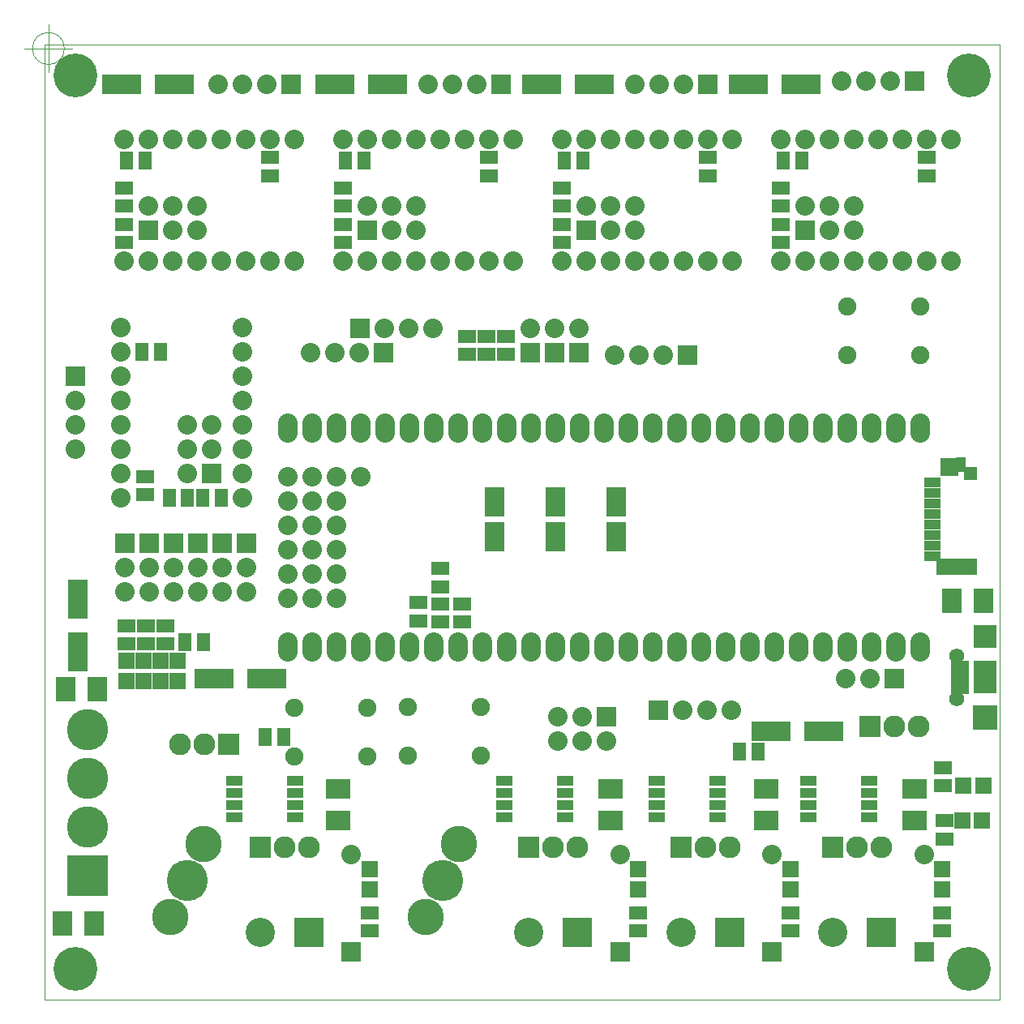
<source format=gts>
G04 #@! TF.FileFunction,Soldermask,Top*
%FSLAX46Y46*%
G04 Gerber Fmt 4.6, Leading zero omitted, Abs format (unit mm)*
G04 Created by KiCad (PCBNEW (after 2015-may-25 BZR unknown)-product) date 31/07/2015 1:32:04 PM*
%MOMM*%
G01*
G04 APERTURE LIST*
%ADD10C,0.150000*%
%ADD11C,0.025400*%
%ADD12C,2.032000*%
%ADD13O,2.032000X3.048000*%
%ADD14C,2.286000*%
%ADD15R,2.286000X2.286000*%
%ADD16C,1.905000*%
%ADD17R,1.905000X1.397000*%
%ADD18R,1.397000X1.905000*%
%ADD19R,2.032000X2.032000*%
%ADD20R,1.706880X1.706880*%
%ADD21R,4.107180X2.108200*%
%ADD22R,2.108200X4.107180*%
%ADD23R,2.108200X3.108960*%
%ADD24C,4.318000*%
%ADD25R,4.318000X4.318000*%
%ADD26R,3.048000X3.048000*%
%ADD27C,3.048000*%
%ADD28C,4.572000*%
%ADD29R,2.032000X2.540000*%
%ADD30R,1.651000X1.016000*%
%ADD31R,2.540000X2.032000*%
%ADD32R,1.758000X1.108000*%
%ADD33R,1.108000X1.508000*%
%ADD34R,1.908000X1.958000*%
%ADD35R,4.298000X1.708000*%
%ADD36R,1.358000X1.458000*%
%ADD37R,2.407920X3.408680*%
%ADD38R,2.608580X2.608580*%
%ADD39R,2.407920X2.407920*%
%ADD40C,1.557020*%
%ADD41R,1.856740X0.906780*%
%ADD42C,3.810000*%
%ADD43C,4.292600*%
G04 APERTURE END LIST*
D10*
D11*
X73806666Y-54360000D02*
G75*
G03X73806666Y-54360000I-1666666J0D01*
G01*
X69640000Y-54360000D02*
X74640000Y-54360000D01*
X72140000Y-51860000D02*
X72140000Y-56860000D01*
X73806666Y-54360000D02*
G75*
G03X73806666Y-54360000I-1666666J0D01*
G01*
X69640000Y-54360000D02*
X74640000Y-54360000D01*
X72140000Y-51860000D02*
X72140000Y-56860000D01*
X73806666Y-54360000D02*
G75*
G03X73806666Y-54360000I-1666666J0D01*
G01*
X69640000Y-54360000D02*
X74640000Y-54360000D01*
X72140000Y-51860000D02*
X72140000Y-56860000D01*
X73806666Y-54360000D02*
G75*
G03X73806666Y-54360000I-1666666J0D01*
G01*
X69640000Y-54360000D02*
X74640000Y-54360000D01*
X72140000Y-51860000D02*
X72140000Y-56860000D01*
X73806666Y-54360000D02*
G75*
G03X73806666Y-54360000I-1666666J0D01*
G01*
X69640000Y-54360000D02*
X74640000Y-54360000D01*
X72140000Y-51860000D02*
X72140000Y-56860000D01*
X71755000Y-53975000D02*
X71755000Y-153670000D01*
X171450000Y-53975000D02*
X71755000Y-53975000D01*
X171450000Y-153670000D02*
X171450000Y-53975000D01*
X71755000Y-153670000D02*
X171450000Y-153670000D01*
D12*
X104775000Y-99060000D03*
X102235000Y-101600000D03*
X102235000Y-106680000D03*
X102235000Y-104140000D03*
X102235000Y-109220000D03*
X102235000Y-99060000D03*
X102235000Y-111760000D03*
X99695000Y-111760000D03*
X99695000Y-99060000D03*
X99695000Y-109220000D03*
X99695000Y-104140000D03*
X99695000Y-106680000D03*
X99695000Y-101600000D03*
X97155000Y-101600000D03*
X97155000Y-106680000D03*
X97155000Y-104140000D03*
X97155000Y-109220000D03*
X97155000Y-99060000D03*
X97155000Y-111760000D03*
D13*
X158115000Y-116840000D03*
X163195000Y-116840000D03*
X160655000Y-116840000D03*
X155575000Y-116840000D03*
X153035000Y-116840000D03*
X150495000Y-116840000D03*
X142875000Y-116840000D03*
X145415000Y-116840000D03*
X147955000Y-116840000D03*
X140335000Y-116840000D03*
X137795000Y-116840000D03*
X135255000Y-116840000D03*
X120015000Y-116840000D03*
X122555000Y-116840000D03*
X125095000Y-116840000D03*
X132715000Y-116840000D03*
X130175000Y-116840000D03*
X127635000Y-116840000D03*
X117475000Y-116840000D03*
X114935000Y-116840000D03*
X112395000Y-116840000D03*
X109855000Y-116840000D03*
X97155000Y-116840000D03*
X99695000Y-116840000D03*
X102235000Y-116840000D03*
X104775000Y-116840000D03*
X107315000Y-116840000D03*
X107315000Y-93980000D03*
X104775000Y-93980000D03*
X102235000Y-93980000D03*
X99695000Y-93980000D03*
X97155000Y-93980000D03*
X109855000Y-93980000D03*
X112395000Y-93980000D03*
X114935000Y-93980000D03*
X117475000Y-93980000D03*
X127635000Y-93980000D03*
X130175000Y-93980000D03*
X132715000Y-93980000D03*
X125095000Y-93980000D03*
X122555000Y-93980000D03*
X120015000Y-93980000D03*
X135255000Y-93980000D03*
X137795000Y-93980000D03*
X140335000Y-93980000D03*
X147955000Y-93980000D03*
X145415000Y-93980000D03*
X142875000Y-93980000D03*
X150495000Y-93980000D03*
X153035000Y-93980000D03*
X155575000Y-93980000D03*
X160655000Y-93980000D03*
X163195000Y-93980000D03*
X158115000Y-93980000D03*
D14*
X99314000Y-137795000D03*
X96774000Y-137795000D03*
D15*
X94234000Y-137795000D03*
D14*
X127381000Y-137795000D03*
X124841000Y-137795000D03*
D15*
X122301000Y-137795000D03*
D14*
X143256000Y-137795000D03*
X140716000Y-137795000D03*
D15*
X138176000Y-137795000D03*
D14*
X159131000Y-137795000D03*
X156591000Y-137795000D03*
D15*
X154051000Y-137795000D03*
D16*
X155575000Y-86360000D03*
X155575000Y-81280000D03*
X163195000Y-86360000D03*
X163195000Y-81280000D03*
X105410000Y-123190000D03*
X105410000Y-128270000D03*
X97790000Y-123190000D03*
X97790000Y-128270000D03*
D17*
X148590000Y-72707500D03*
X148590000Y-74612500D03*
X119888000Y-86296500D03*
X119888000Y-84391500D03*
X117856000Y-86296500D03*
X117856000Y-84391500D03*
D18*
X88265000Y-101282500D03*
X90170000Y-101282500D03*
D17*
X115824000Y-86296500D03*
X115824000Y-84391500D03*
D18*
X148907500Y-66040000D03*
X150812500Y-66040000D03*
D17*
X149606000Y-146494500D03*
X149606000Y-144589500D03*
D18*
X86677500Y-101282500D03*
X84772500Y-101282500D03*
X126047500Y-66040000D03*
X127952500Y-66040000D03*
D17*
X133731000Y-146494500D03*
X133731000Y-144589500D03*
X105664000Y-146494500D03*
X105664000Y-144589500D03*
X125730000Y-72707500D03*
X125730000Y-74612500D03*
X125730000Y-70802500D03*
X125730000Y-68897500D03*
D18*
X80327500Y-66040000D03*
X82232500Y-66040000D03*
D17*
X148590000Y-70802500D03*
X148590000Y-68897500D03*
X102870000Y-70802500D03*
X102870000Y-68897500D03*
X165481000Y-146494500D03*
X165481000Y-144589500D03*
D18*
X144335500Y-127762000D03*
X146240500Y-127762000D03*
X94805500Y-126238000D03*
X96710500Y-126238000D03*
D17*
X80010000Y-72707500D03*
X80010000Y-74612500D03*
X102870000Y-72707500D03*
X102870000Y-74612500D03*
X82232500Y-100965000D03*
X82232500Y-99060000D03*
D18*
X103187500Y-66040000D03*
X105092500Y-66040000D03*
D17*
X80010000Y-70802500D03*
X80010000Y-68897500D03*
D12*
X97790000Y-63817500D03*
X95250000Y-63817500D03*
X92710000Y-63817500D03*
X90170000Y-63817500D03*
X87630000Y-63817500D03*
X85090000Y-63817500D03*
X82550000Y-63817500D03*
X80010000Y-63817500D03*
X80010000Y-76517500D03*
X82550000Y-76517500D03*
X85090000Y-76517500D03*
X87630000Y-76517500D03*
X90170000Y-76517500D03*
X92710000Y-76517500D03*
X95250000Y-76517500D03*
X97790000Y-76517500D03*
X143510000Y-63817500D03*
X140970000Y-63817500D03*
X138430000Y-63817500D03*
X135890000Y-63817500D03*
X133350000Y-63817500D03*
X130810000Y-63817500D03*
X128270000Y-63817500D03*
X125730000Y-63817500D03*
X125730000Y-76517500D03*
X128270000Y-76517500D03*
X130810000Y-76517500D03*
X133350000Y-76517500D03*
X135890000Y-76517500D03*
X138430000Y-76517500D03*
X140970000Y-76517500D03*
X143510000Y-76517500D03*
X166370000Y-63817500D03*
X163830000Y-63817500D03*
X161290000Y-63817500D03*
X158750000Y-63817500D03*
X156210000Y-63817500D03*
X153670000Y-63817500D03*
X151130000Y-63817500D03*
X148590000Y-63817500D03*
X148590000Y-76517500D03*
X151130000Y-76517500D03*
X153670000Y-76517500D03*
X156210000Y-76517500D03*
X158750000Y-76517500D03*
X161290000Y-76517500D03*
X163830000Y-76517500D03*
X166370000Y-76517500D03*
X79692500Y-83502500D03*
X79692500Y-86042500D03*
X79692500Y-88582500D03*
X79692500Y-91122500D03*
X79692500Y-93662500D03*
X79692500Y-96202500D03*
X79692500Y-98742500D03*
X79692500Y-101282500D03*
X92392500Y-101282500D03*
X92392500Y-98742500D03*
X92392500Y-96202500D03*
X92392500Y-93662500D03*
X92392500Y-91122500D03*
X92392500Y-88582500D03*
X92392500Y-86042500D03*
X92392500Y-83502500D03*
X120650000Y-63817500D03*
X118110000Y-63817500D03*
X115570000Y-63817500D03*
X113030000Y-63817500D03*
X110490000Y-63817500D03*
X107950000Y-63817500D03*
X105410000Y-63817500D03*
X102870000Y-63817500D03*
X102870000Y-76517500D03*
X105410000Y-76517500D03*
X107950000Y-76517500D03*
X110490000Y-76517500D03*
X113030000Y-76517500D03*
X115570000Y-76517500D03*
X118110000Y-76517500D03*
X120650000Y-76517500D03*
D19*
X162560000Y-57785000D03*
D12*
X160020000Y-57785000D03*
X157480000Y-57785000D03*
X154940000Y-57785000D03*
D19*
X74930000Y-88582500D03*
D12*
X74930000Y-91122500D03*
X74930000Y-93662500D03*
X74930000Y-96202500D03*
D19*
X119380000Y-58102500D03*
D12*
X116840000Y-58102500D03*
X114300000Y-58102500D03*
X111760000Y-58102500D03*
D19*
X107137200Y-86106000D03*
D12*
X104597200Y-86106000D03*
X102057200Y-86106000D03*
X99517200Y-86106000D03*
D19*
X140970000Y-58102500D03*
D12*
X138430000Y-58102500D03*
X135890000Y-58102500D03*
X133350000Y-58102500D03*
D19*
X97472500Y-58102500D03*
D12*
X94932500Y-58102500D03*
X92392500Y-58102500D03*
X89852500Y-58102500D03*
D19*
X105410000Y-73342500D03*
D12*
X105410000Y-70802500D03*
X107950000Y-73342500D03*
X107950000Y-70802500D03*
X110490000Y-73342500D03*
X110490000Y-70802500D03*
D19*
X82550000Y-73342500D03*
D12*
X82550000Y-70802500D03*
X85090000Y-73342500D03*
X85090000Y-70802500D03*
X87630000Y-73342500D03*
X87630000Y-70802500D03*
D19*
X128270000Y-73342500D03*
D12*
X128270000Y-70802500D03*
X130810000Y-73342500D03*
X130810000Y-70802500D03*
X133350000Y-73342500D03*
X133350000Y-70802500D03*
D19*
X151130000Y-73342500D03*
D12*
X151130000Y-70802500D03*
X153670000Y-73342500D03*
X153670000Y-70802500D03*
X156210000Y-73342500D03*
X156210000Y-70802500D03*
D19*
X89217500Y-98742500D03*
D12*
X86677500Y-98742500D03*
X89217500Y-96202500D03*
X86677500Y-96202500D03*
X89217500Y-93662500D03*
X86677500Y-93662500D03*
D19*
X160477200Y-120192800D03*
D12*
X157937200Y-120192800D03*
X155397200Y-120192800D03*
D20*
X165481000Y-142146020D03*
X165481000Y-140047980D03*
X149606000Y-142146020D03*
X149606000Y-140047980D03*
X105664000Y-142146020D03*
X105664000Y-140047980D03*
X133731000Y-142146020D03*
X133731000Y-140047980D03*
D21*
X145204180Y-58102500D03*
X150705820Y-58102500D03*
X79799180Y-58102500D03*
X85300820Y-58102500D03*
X123614180Y-58102500D03*
X129115820Y-58102500D03*
X102024180Y-58102500D03*
X107525820Y-58102500D03*
D22*
X75247500Y-111866680D03*
X75247500Y-117368320D03*
D23*
X118745000Y-101704140D03*
X118745000Y-105305860D03*
X131445000Y-101704140D03*
X131445000Y-105305860D03*
X125095000Y-101704140D03*
X125095000Y-105305860D03*
D24*
X76200000Y-135636000D03*
X76200000Y-130556000D03*
D25*
X76200000Y-140716000D03*
D24*
X76200000Y-125476000D03*
D26*
X159131000Y-146685000D03*
D27*
X154051000Y-146685000D03*
D26*
X99314000Y-146685000D03*
D27*
X94234000Y-146685000D03*
D26*
X127381000Y-146685000D03*
D27*
X122301000Y-146685000D03*
D26*
X143256000Y-146685000D03*
D27*
X138176000Y-146685000D03*
D28*
X74930000Y-150495000D03*
X74930000Y-57150000D03*
X168275000Y-57150000D03*
X168275000Y-150495000D03*
D19*
X147701000Y-148717000D03*
D12*
X147701000Y-138557000D03*
D19*
X163576000Y-148717000D03*
D12*
X163576000Y-138557000D03*
D19*
X131826000Y-148717000D03*
D12*
X131826000Y-138557000D03*
D19*
X103759000Y-148717000D03*
D12*
X103759000Y-138557000D03*
D29*
X76898500Y-145732500D03*
X73596500Y-145732500D03*
X77216000Y-121285000D03*
X73914000Y-121285000D03*
D18*
X83820000Y-86042500D03*
X81915000Y-86042500D03*
D17*
X95250000Y-67627500D03*
X95250000Y-65722500D03*
X118110000Y-67627500D03*
X118110000Y-65722500D03*
X140970000Y-67627500D03*
X140970000Y-65722500D03*
X163830000Y-67627500D03*
X163830000Y-65722500D03*
D14*
X85852000Y-127000000D03*
X88392000Y-127000000D03*
D15*
X90932000Y-127000000D03*
D29*
X169799000Y-112014000D03*
X166497000Y-112014000D03*
D21*
X153118820Y-125628400D03*
X147617180Y-125628400D03*
X89451180Y-120142000D03*
X94952820Y-120142000D03*
D17*
X165709600Y-136893300D03*
X165709600Y-134988300D03*
X165506400Y-131356100D03*
X165506400Y-129451100D03*
D20*
X169654220Y-134975600D03*
X167556180Y-134975600D03*
X167657780Y-131368800D03*
X169755820Y-131368800D03*
D19*
X135788400Y-123444000D03*
D12*
X138328400Y-123444000D03*
X140868400Y-123444000D03*
X143408400Y-123444000D03*
D30*
X141986000Y-130810000D03*
X141986000Y-132080000D03*
X141986000Y-133350000D03*
X141986000Y-134620000D03*
X135636000Y-134620000D03*
X135636000Y-133350000D03*
X135636000Y-132080000D03*
X135636000Y-130810000D03*
X97917000Y-130810000D03*
X97917000Y-132080000D03*
X97917000Y-133350000D03*
X97917000Y-134620000D03*
X91567000Y-134620000D03*
X91567000Y-133350000D03*
X91567000Y-132080000D03*
X91567000Y-130810000D03*
X157861000Y-130810000D03*
X157861000Y-132080000D03*
X157861000Y-133350000D03*
X157861000Y-134620000D03*
X151511000Y-134620000D03*
X151511000Y-133350000D03*
X151511000Y-132080000D03*
X151511000Y-130810000D03*
X126111000Y-130810000D03*
X126111000Y-132080000D03*
X126111000Y-133350000D03*
X126111000Y-134620000D03*
X119761000Y-134620000D03*
X119761000Y-133350000D03*
X119761000Y-132080000D03*
X119761000Y-130810000D03*
D31*
X162623500Y-131699000D03*
X162623500Y-135001000D03*
X102362000Y-131699000D03*
X102362000Y-135001000D03*
X130873500Y-131699000D03*
X130873500Y-135001000D03*
X147066000Y-131699000D03*
X147066000Y-135001000D03*
D32*
X164475000Y-99655000D03*
X164475000Y-100755000D03*
X164475000Y-101855000D03*
X164475000Y-102955000D03*
X164475000Y-104055000D03*
X164475000Y-105155000D03*
X164475000Y-106255000D03*
X164475000Y-107355000D03*
D33*
X167450000Y-97805000D03*
D34*
X166200000Y-98030000D03*
D35*
X166955000Y-108505000D03*
D36*
X168415000Y-98730000D03*
D37*
X169989500Y-120015000D03*
D38*
X169989500Y-124264420D03*
D39*
X169989500Y-115765580D03*
D40*
X166989760Y-117764560D03*
X166989760Y-122265440D03*
D41*
X167340280Y-120015000D03*
X167340280Y-119364760D03*
X167340280Y-118714520D03*
X167340280Y-120665240D03*
X167340280Y-121315480D03*
D16*
X117310000Y-123160000D03*
X117310000Y-128240000D03*
X109690000Y-123160000D03*
X109690000Y-128240000D03*
D19*
X104648000Y-83566000D03*
D12*
X107188000Y-83566000D03*
X109728000Y-83566000D03*
X112268000Y-83566000D03*
D19*
X127508000Y-86106000D03*
D12*
X127508000Y-83566000D03*
D19*
X124968000Y-86106000D03*
D12*
X124968000Y-83566000D03*
D19*
X122428000Y-86106000D03*
D12*
X122428000Y-83566000D03*
D20*
X85598000Y-118330980D03*
X85598000Y-120429020D03*
X82042000Y-118330980D03*
X82042000Y-120429020D03*
X83820000Y-118330980D03*
X83820000Y-120429020D03*
X80264000Y-118330980D03*
X80264000Y-120429020D03*
D19*
X130403600Y-124104400D03*
D12*
X130403600Y-126644400D03*
X127863600Y-124104400D03*
X127863600Y-126644400D03*
X125323600Y-124104400D03*
X125323600Y-126644400D03*
D19*
X138887200Y-86410800D03*
D12*
X136347200Y-86410800D03*
X133807200Y-86410800D03*
X131267200Y-86410800D03*
D17*
X84328000Y-116522500D03*
X84328000Y-114617500D03*
X80264000Y-116522500D03*
X80264000Y-114617500D03*
D18*
X86423500Y-116332000D03*
X88328500Y-116332000D03*
D17*
X82296000Y-116522500D03*
X82296000Y-114617500D03*
D42*
X84886800Y-145034000D03*
X88341200Y-137414000D03*
D43*
X86614000Y-141224000D03*
D42*
X111556800Y-145034000D03*
X115011200Y-137414000D03*
D43*
X113284000Y-141224000D03*
D19*
X82651600Y-106019600D03*
D12*
X82651600Y-108559600D03*
X82651600Y-111099600D03*
D19*
X92811600Y-106019600D03*
D12*
X92811600Y-108559600D03*
X92811600Y-111099600D03*
D19*
X87731600Y-106019600D03*
D12*
X87731600Y-108559600D03*
X87731600Y-111099600D03*
D19*
X80111600Y-106019600D03*
D12*
X80111600Y-108559600D03*
X80111600Y-111099600D03*
D19*
X90271600Y-106019600D03*
D12*
X90271600Y-108559600D03*
X90271600Y-111099600D03*
D19*
X85191600Y-106019600D03*
D12*
X85191600Y-108559600D03*
X85191600Y-111099600D03*
D14*
X162966400Y-125171200D03*
X160426400Y-125171200D03*
D15*
X157886400Y-125171200D03*
D17*
X110744000Y-112204500D03*
X110744000Y-114109500D03*
X113030000Y-112331500D03*
X113030000Y-114236500D03*
X115316000Y-112331500D03*
X115316000Y-114236500D03*
X113030000Y-110553500D03*
X113030000Y-108648500D03*
M02*

</source>
